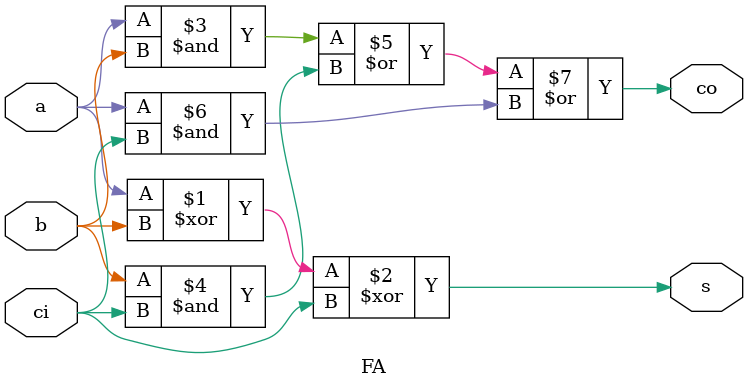
<source format=v>
module FA(a,b,ci,s,co);
    input a;
    input b;
    input ci;

    // Sum (LSB) and carry-out (MSB) of the the overall sum
    output s;
    output co;

    assign s = a ^ b ^ ci;

    assign co = (a & b) | (b & ci) | (a & ci);
endmodule


    
</source>
